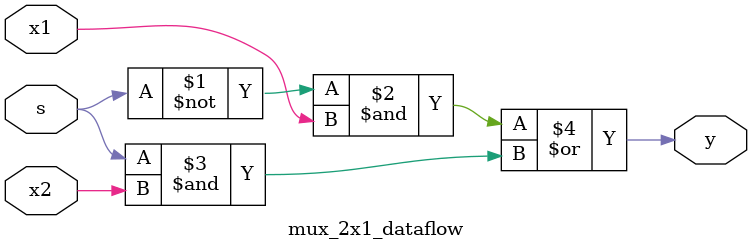
<source format=v>
module mux_2x1_dataflow(
input x1 ,x2 ,s,
output y
);

assign y = ~s & x1| s & x2;
endmodule



</source>
